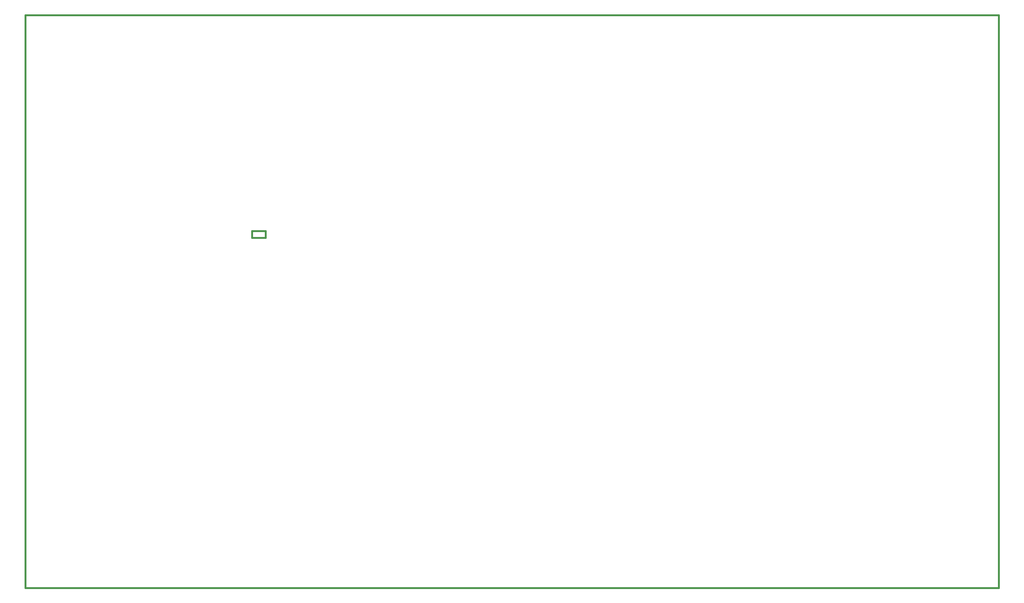
<source format=gko>
%FSLAX33Y33*%
%MOMM*%
%ADD10C,0.381*%
D10*
%LNpath-145*%
G01*
X0Y0D02*
X218200Y0D01*
X218200Y128500*
X0Y128500*
X0Y0*
X50835Y78564D02*
X53835Y78564D01*
X53835Y80064*
X50835Y80064*
X50835Y78564*
%LNmechanical details_traces*%
M02*
</source>
